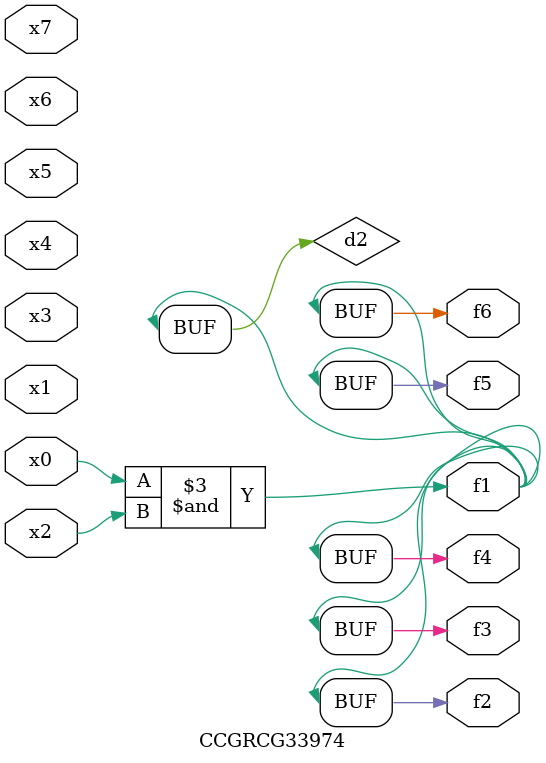
<source format=v>
module CCGRCG33974(
	input x0, x1, x2, x3, x4, x5, x6, x7,
	output f1, f2, f3, f4, f5, f6
);

	wire d1, d2;

	nor (d1, x3, x6);
	and (d2, x0, x2);
	assign f1 = d2;
	assign f2 = d2;
	assign f3 = d2;
	assign f4 = d2;
	assign f5 = d2;
	assign f6 = d2;
endmodule

</source>
